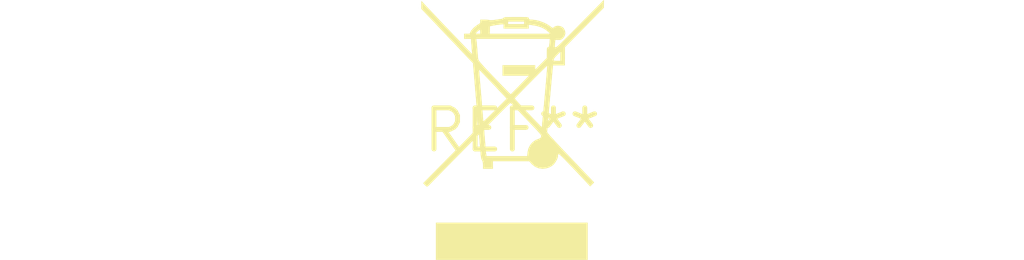
<source format=kicad_pcb>
(kicad_pcb (version 20240108) (generator pcbnew)
  (layers (0 "F.Cu" signal) (31 "B.Cu" signal) (34 "B.Paste" user) (35 "F.Paste" user) (36 "B.SilkS" user "B.Silkscreen") (37 "F.SilkS" user "F.Silkscreen") (38 "B.Mask" user) (39 "F.Mask" user) (44 "Edge.Cuts" user))
  (net 0 "")
  (footprint "WEEE-Logo_5.6x8mm_SilkScreen" (layer "F.Cu") (at 0 0)
    (property "Reference" "REF**")
    (property "Value" "WEEE-Logo_5.6x8mm_SilkScreen")
    (fp_poly (pts (xy 2.322763 4.010526) (xy -2.356184 4.010526) (xy -2.356184 2.8575) (xy 2.322763 2.8575) (xy 2.322763 4.010526)) (layer "F.SilkS") (stroke (width 0.01)) (fill solid))
    (fp_poly (pts (xy 2.823256 -3.900663) (xy 2.822433 -3.784934) (xy 2.222115 -3.175) (xy 1.621796 -2.565066) (xy 1.621359 -2.285165) (xy 1.620921 -2.005263) (xy 1.255337 -2.005263) (xy 1.245917 -1.934244) (xy 1.24235 -1.901873) (xy 1.236338 -1.840913) (xy 1.228201 -1.755002) (xy 1.218262 -1.647774) (xy 1.206843 -1.522867) (xy 1.194264 -1.383917) (xy 1.180847 -1.234559) (xy 1.166915 -1.078432) (xy 1.152788 -0.91917) (xy 1.138788 -0.76041) (xy 1.125237 -0.605789) (xy 1.112456 -0.458943) (xy 1.100767 -0.323507) (xy 1.090492 -0.20312) (xy 1.081952 -0.101416) (xy 1.075469 -0.022033) (xy 1.071364 0.031394) (xy 1.069959 0.055229) (xy 1.06996 0.055342) (xy 1.080204 0.074466) (xy 1.110974 0.113955) (xy 1.162689 0.174266) (xy 1.235767 0.255861) (xy 1.330627 0.359198) (xy 1.447687 0.484738) (xy 1.587367 0.63294) (xy 1.750084 0.804263) (xy 1.795821 0.852237) (xy 2.521195 1.612566) (xy 2.462551 1.671052) (xy 2.403908 1.729539) (xy 2.309026 1.62631) (xy 2.274315 1.589003) (xy 2.220094 1.531311) (xy 2.149941 1.457013) (xy 2.067432 1.369889) (xy 1.976145 1.273718) (xy 1.879658 1.17228) (xy 1.821935 1.111695) (xy 1.713566 0.998197) (xy 1.625972 0.907285) (xy 1.55692 0.837307) (xy 1.504176 0.78661) (xy 1.465506 0.75354) (xy 1.438677 0.736444) (xy 1.421456 0.733669) (xy 1.411608 0.743563) (xy 1.406901 0.764471) (xy 1.405101 0.794741) (xy 1.404859 0.803002) (xy 1.392342 0.859909) (xy 1.361503 0.928693) (xy 1.318497 0.998475) (xy 1.26948 1.058378) (xy 1.249866 1.076882) (xy 1.14923 1.141628) (xy 1.031673 1.177854) (xy 0.927738 1.186447) (xy 0.809951 1.170239) (xy 0.701169 1.122712) (xy 0.60489 1.045511) (xy 0.587125 1.026295) (xy 0.522168 0.9525) (xy -0.601579 0.9525) (xy -0.601579 1.186447) (xy -0.902368 1.186447) (xy -0.902368 1.077152) (xy -0.906143 1.002539) (xy -0.918825 0.95075) (xy -0.934237 0.92258) (xy -0.94525 0.902424) (xy -0.954679 0.8732) (xy -0.963151 0.830575) (xy -0.97129 0.770217) (xy -0.979721 0.687793) (xy -0.989068 0.578972) (xy -0.995469 0.498017) (xy -1.024831 0.118732) (xy -1.745659 0.848938) (xy -1.875992 0.981066) (xy -2.001108 1.108096) (xy -2.118721 1.227695) (xy -2.226545 1.337528) (xy -2.322295 1.435263) (xy -2.403683 1.518566) (xy -2.468423 1.585104) (xy -2.51423 1.632542) (xy -2.538792 1.65852) (xy -2.579145 1.699649) (xy -2.612805 1.728335) (xy -2.63091 1.737895) (xy -2.654035 1.726697) (xy -2.687743 1.698719) (xy -2.699169 1.687326) (xy -2.747617 1.636757) (xy -2.480881 1.365702) (xy -2.412831 1.296652) (xy -2.325085 1.207774) (xy -2.221492 1.102959) (xy -2.1059 0.986097) (xy -1.982159 0.861079) (xy -1.854119 0.731795) (xy -1.725628 0.602136) (xy -1.633454 0.509179) (xy -1.493342 0.36752) (xy -1.375632 0.247591) (xy -1.27882 0.147768) (xy -1.201399 0.066428) (xy -1.141864 0.001948) (xy -1.112358 -0.031723) (xy -0.875409 -0.031723) (xy -0.845743 0.347592) (xy -0.836797 0.458777) (xy -0.828142 0.560453) (xy -0.820271 0.647304) (xy -0.813672 0.714018) (xy -0.808836 0.755279) (xy -0.80728 0.764506) (xy -0.798482 0.802105) (xy 0.463319 0.802105) (xy 0.471742 0.697173) (xy 0.497172 0.573195) (xy 0.550389 0.463524) (xy 0.628037 0.372156) (xy 0.726763 0.303083) (xy 0.837572 0.26162) (xy 0.87352 0.242171) (xy 0.891517 0.20043) (xy 0.891894 0.198589) (xy 0.894053 0.180967) (xy 0.891384 0.162922) (xy 0.88128 0.141108) (xy 0.861137 0.112177) (xy 0.828349 0.072783) (xy 0.78031 0.019577) (xy 0.714416 -0.050786) (xy 0.62806 -0.141654) (xy 0.62248 -0.147507) (xy 0.529595 -0.245044) (xy 0.430845 -0.348933) (xy 0.333016 -0.452023) (xy 0.242893 -0.547161) (xy 0.167262 -0.627196) (xy 0.150395 -0.645089) (xy 0.085735 -0.712556) (xy 0.028295 -0.770291) (xy -0.017801 -0.814325) (xy -0.048431 -0.840686) (xy -0.058715 -0.846479) (xy -0.074052 -0.834354) (xy -0.109917 -0.80109) (xy -0.163488 -0.749458) (xy -0.23194 -0.682225) (xy -0.312447 -0.602163) (xy -0.402187 -0.512039) (xy -0.475532 -0.437802) (xy -0.875409 -0.031723) (xy -1.112358 -0.031723) (xy -1.098709 -0.047297) (xy -1.070429 -0.082929) (xy -1.055517 -0.106571) (xy -1.052199 -0.11752) (xy -1.053456 -0.141414) (xy -1.057274 -0.195499) (xy -1.063407 -0.276662) (xy -1.071607 -0.38179) (xy -1.081627 -0.507772) (xy -1.09322 -0.651495) (xy -1.10614 -0.809846) (xy -1.120138 -0.979713) (xy -1.131419 -1.115472) (xy -1.19525 -1.880894) (xy -1.031004 -1.880894) (xy -1.030297 -1.864376) (xy -1.026969 -1.817855) (xy -1.02129 -1.744622) (xy -1.013526 -1.647972) (xy -1.003943 -1.531195) (xy -0.992811 -1.397586) (xy -0.980395 -1.250437) (xy -0.96848 -1.110729) (xy -0.954984 -0.952213) (xy -0.942413 -0.802579) (xy -0.931055 -0.665398) (xy -0.921198 -0.544241) (xy -0.91313 -0.44268) (xy -0.90714 -0.364288) (xy -0.903515 -0.312637) (xy -0.902509 -0.292577) (xy -0.90094 -0.280092) (xy -0.894722 -0.275138) (xy -0.881459 -0.279782) (xy -0.858753 -0.296091) (xy -0.824208 -0.326132) (xy -0.775427 -0.371973) (xy -0.710013 -0.43568) (xy -0.625569 -0.519321) (xy -0.535971 -0.608701) (xy -0.169574 -0.974814) (xy -0.172141 -0.977566) (xy 0.070049 -0.977566) (xy 0.081087 -0.96245) (xy 0.111987 -0.926858) (xy 0.159653 -0.874059) (xy 0.220987 -0.807327) (xy 0.292893 -0.72993) (xy 0.372273 -0.645142) (xy 0.456031 -0.556233) (xy 0.54107 -0.466474) (xy 0.624292 -0.379136) (xy 0.702601 -0.297491) (xy 0.7729 -0.224809) (xy 0.832091 -0.164363) (xy 0.877078 -0.119422) (xy 0.904764 -0.093258) (xy 0.912314 -0.087928) (xy 0.914803 -0.105133) (xy 0.91997 -0.152652) (xy 0.92753 -0.227511) (xy 0.9372 -0.326736) (xy 0.948695 -0.447351) (xy 0.961731 -0.586382) (xy 0.976024 -0.740855) (xy 0.99129 -0.907794) (xy 1.003479 -1.042403) (xy 1.019071 -1.216946) (xy 1.033477 -1.381373) (xy 1.046453 -1.532701) (xy 1.057759 -1.667947) (xy 1.067152 -1.78413) (xy 1.074389 -1.878265) (xy 1.079228 -1.94737) (xy 1.081427 -1.988462) (xy 1.081176 -1.999132) (xy 1.06803 -1.989628) (xy 1.034554 -1.95908) (xy 0.983674 -1.910444) (xy 0.918317 -1.846677) (xy 0.841409 -1.770735) (xy 0.755876 -1.685576) (xy 0.664646 -1.594155) (xy 0.570644 -1.499431) (xy 0.476798 -1.404359) (xy 0.386033 -1.311897) (xy 0.301277 -1.225001) (xy 0.225456 -1.146628) (xy 0.161497 -1.079735) (xy 0.112326 -1.027278) (xy 0.080869 -0.992215) (xy 0.070049 -0.977566) (xy -0.172141 -0.977566) (xy -0.306202 -1.12124) (xy -0.375784 -1.195552) (xy -0.453881 -1.278517) (xy -0.537406 -1.366898) (xy -0.62327 -1.457459) (xy -0.708385 -1.546964) (xy -0.789664 -1.632177) (xy -0.864019 -1.709861) (xy -0.928363 -1.77678) (xy -0.979606 -1.829697) (xy -1.014663 -1.865377) (xy -1.030444 -1.880584) (xy -1.031004 -1.880894) (xy -1.19525 -1.880894) (xy -1.211204 -2.072193) (xy -2.009286 -2.911515) (xy -2.807368 -3.750836) (xy -2.806781 -3.868148) (xy -2.806194 -3.985461) (xy -2.677275 -3.847747) (xy -2.605124 -3.770937) (xy -2.51994 -3.680696) (xy -2.424021 -3.579425) (xy -2.319666 -3.469524) (xy -2.209174 -3.353396) (xy -2.094844 -3.233442) (xy -1.978975 -3.112064) (xy -1.863865 -2.991662) (xy -1.751814 -2.874638) (xy -1.645119 -2.763394) (xy -1.54608 -2.660331) (xy -1.456997 -2.56785) (xy -1.380166 -2.488353) (xy -1.317888 -2.424242) (xy -1.272462 -2.377917) (xy -1.246185 -2.351781) (xy -1.240426 -2.346767) (xy -1.24003 -2.364209) (xy -1.242208 -2.408865) (xy -1.246583 -2.47466) (xy -1.252775 -2.555517) (xy -1.255433 -2.587817) (xy -1.275228 -2.824079) (xy -1.120242 -2.824079) (xy -1.11224 -2.78648) (xy -1.10816 -2.756745) (xy -1.102425 -2.700797) (xy -1.095701 -2.625764) (xy -1.088648 -2.538775) (xy -1.086207 -2.506579) (xy -1.079008 -2.414139) (xy -1.071742 -2.328293) (xy -1.065136 -2.257153) (xy -1.059916 -2.208831) (xy -1.058739 -2.200061) (xy -1.054298 -2.182058) (xy -1.044687 -2.160983) (xy -1.02786 -2.134475) (xy -1.001775 -2.100172) (xy -0.964387 -2.055711) (xy -0.913654 -1.998729) (xy -0.84753 -1.926864) (xy -0.763974 -1.837754) (xy -0.66094 -1.729036) (xy -0.555833 -1.618725) (xy -0.451262 -1.509559) (xy -0.353649 -1.40846) (xy -0.265422 -1.317885) (xy -0.189012 -1.240292) (xy -0.126849 -1.178138) (xy -0.081363 -1.133882) (xy -0.054983 -1.109982) (xy -0.049357 -1.106426) (xy -0.034557 -1.119319) (xy 3.9e-05 -1.15294) (xy 0.051071 -1.203918) (xy 0.115183 -1.26888) (xy 0.189016 -1.344452) (xy 0.242411 -1.399507) (xy 0.521173 -1.687763) (xy -0.30079 -1.687763) (xy -0.30079 -2.005263) (xy 0.701842 -2.005263) (xy 0.701842 -1.863794) (xy 0.885658 -2.04704) (xy 1.016052 -2.177029) (xy 1.27 -2.177029) (xy 1.272429 -2.156523) (xy 1.284724 -2.145098) (xy 1.314396 -2.14012) (xy 1.368955 -2.138956) (xy 1.378618 -2.138948) (xy 1.487237 -2.138948) (xy 1.487237 -2.430416) (xy 1.378618 -2.322763) (xy 1.317346 -2.257313) (xy 1.280699 -2.207171) (xy 1.27 -2.177029) (xy 1.016052 -2.177029) (xy 1.069474 -2.230285) (xy 1.069474 -2.393498) (xy 1.069985 -2.468586) (xy 1.072328 -2.516355) (xy 1.077711 -2.542902) (xy 1.087344 -2.554321) (xy 1.101871 -2.556711) (xy 1.118027 -2.56022) (xy 1.129969 -2.574289) (xy 1.139139 -2.604231) (xy 1.146982 -2.655358) (xy 1.154942 -2.732983) (xy 1.157496 -2.761415) (xy 1.163026 -2.824079) (xy -1.120242 -2.824079) (xy -1.275228 -2.824079) (xy -1.487237 -2.824079) (xy -1.487237 -2.974474) (xy -1.397141 -2.974474) (xy -1.344445 -2.975917) (xy -1.315812 -2.982884) (xy -1.312309 -2.98703) (xy -1.127766 -2.98703) (xy -1.118054 -2.977558) (xy -1.084412 -2.974634) (xy -1.061706 -2.974474) (xy -0.985921 -2.974474) (xy -0.703306 -2.974474) (xy 1.176519 -2.974474) (xy 1.112938 -3.039587) (xy 1.014186 -3.119938) (xy 0.891968 -3.181911) (xy 0.744213 -3.226354) (xy 0.597401 -3.250935) (xy 0.501316 -3.262404) (xy 0.501316 -3.141579) (xy -0.267368 -3.141579) (xy -0.267368 -3.278655) (xy -0.380165 -3.267224) (xy -0.458975 -3.257575) (xy -0.542943 -3.244786) (xy -0.593224 -3.235652) (xy -0.693487 -3.215512) (xy -0.698397 -3.094993) (xy -0.703306 -2.974474) (xy -0.985921 -2.974474) (xy -0.985921 -3.041316) (xy -0.988131 -3.08319) (xy -0.99365 -3.106464) (xy -0.995874 -3.108158) (xy -1.020613 -3.09744) (xy -1.056757 -3.071437) (xy -1.09299 -3.039377) (xy -1.117999 -3.010489) (xy -1.120227 -3.006733) (xy -1.127766 -2.98703) (xy -1.312309 -2.98703) (xy -1.301919 -2.999326) (xy -1.296311 -3.017238) (xy -1.273422 -3.063721) (xy -1.22946 -3.1196) (xy -1.171989 -3.17704) (xy -1.108573 -3.228207) (xy -1.066918 -3.254857) (xy -1.019466 -3.284028) (xy -0.995141 -3.308533) (xy -0.986595 -3.337428) (xy -0.985938 -3.354638) (xy -0.985937 -3.358816) (xy -0.133684 -3.358816) (xy -0.133684 -3.275263) (xy 0.367632 -3.275263) (xy 0.367632 -3.358816) (xy -0.133684 -3.358816) (xy -0.985937 -3.358816) (xy -0.985921 -3.408948) (xy -0.845274 -3.408948) (xy -0.780564 -3.407383) (xy -0.73013 -3.403215) (xy -0.702094 -3.397227) (xy -0.699057 -3.394803) (xy -0.681273 -3.391082) (xy -0.637992 -3.392606) (xy -0.576651 -3.398925) (xy -0.534737 -3.40476) (xy -0.458737 -3.416222) (xy -0.38923 -3.42657) (xy -0.336997 -3.434204) (xy -0.321678 -3.436373) (xy -0.281653 -3.448768) (xy -0.267368 -3.468192) (xy -0.263025 -3.476102) (xy -0.24749 -3.482137) (xy -0.217001 -3.486534) (xy -0.1678 -3.489531) (xy -0.096126 -3.491365) (xy 0.001781 -3.492275) (xy 0.116974 -3.4925) (xy 0.239914 -3.492372) (xy 0.333441 -3.49177) (xy 0.40156 -3.490361) (xy 0.448281 -3.487819) (xy 0.477609 -3.483811) (xy 0.493551 -3.478009) (xy 0.500115 -3.470083) (xy 0.501316 -3.460867) (xy 0.51154 -3.431615) (xy 0.54503 -3.414969) (xy 0.606012 -3.409032) (xy 0.616983 -3.408948) (xy 0.720254 -3.398294) (xy 0.837547 -3.368967) (xy 0.958285 -3.324916) (xy 1.071889 -3.270089) (xy 1.167781 -3.208436) (xy 1.180201 -3.198668) (xy 1.220682 -3.166885) (xy 1.244655 -3.154156) (xy 1.261396 -3.158271) (xy 1.278581 -3.17525) (xy 1.329336 -3.208508) (xy 1.395393 -3.221275) (xy 1.466526 -3.214635) (xy 1.532514 -3.189673) (xy 1.583132 -3.147471) (xy 1.586797 -3.142566) (xy 1.624672 -3.063789) (xy 1.631719 -2.982246) (xy 1.608715 -2.904513) (xy 1.556437 -2.837165) (xy 1.550044 -2.831604) (xy 1.512927 -2.805187) (xy 1.475267 -2.793553) (xy 1.422324 -2.792713) (xy 1.409098 -2.793458) (xy 1.357297 -2.795359) (xy 1.330614 -2.791004) (xy 1.320955 -2.777862) (xy 1.319963 -2.765592) (xy 1.317939 -2.729998) (xy 1.312914 -2.676467) (xy 1.309303 -2.644441) (xy 1.304066 -2.593573) (xy 1.306244 -2.567532) (xy 1.318875 -2.558014) (xy 1.341375 -2.556711) (xy 1.354718 -2.561014) (xy 1.376244 -2.574943) (xy 1.407548 -2.600023) (xy 1.450224 -2.637781) (xy 1.505868 -2.689744) (xy 1.576075 -2.757438) (xy 1.66244 -2.842389) (xy 1.766558 -2.946125) (xy 1.890025 -3.070172) (xy 2.034436 -3.216056) (xy 2.104031 -3.286551) (xy 2.824079 -4.01639) (xy 2.823256 -3.900663)) (layer "F.SilkS") (stroke (width 0.01)) (fill solid))
  )
)
</source>
